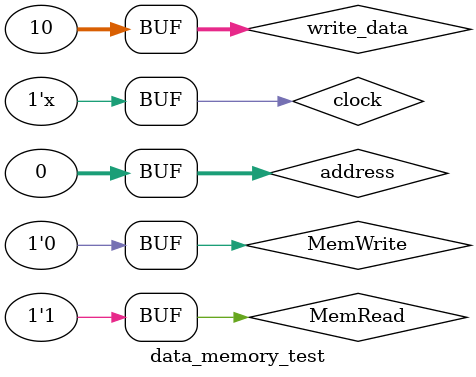
<source format=v>
`timescale 1ns / 1ps

module data_memory_test;

	// Inputs
	reg clock;
	reg [31:0] address;
	reg [31:0] write_data;
	reg MemWrite;
	reg MemRead;

	// Outputs
	wire [31:0] read_data;

	// Instantiate the Unit Under Test (UUT)
	data_memory uut (
		.clock(clock), 
		.address(address), 
		.write_data(write_data), 
		.MemWrite(MemWrite), 
		.MemRead(MemRead), 
		.read_data(read_data)
	);

	initial
		begin
			clock = 1;
			
			address = 0;
			write_data = 10;
			MemWrite = 1;
			MemRead = 0;
		
			#100
			
			address = 0;
			MemWrite = 0;
			MemRead = 1;
		end
		
	always #50 clock = ~clock; 		
      
endmodule

</source>
